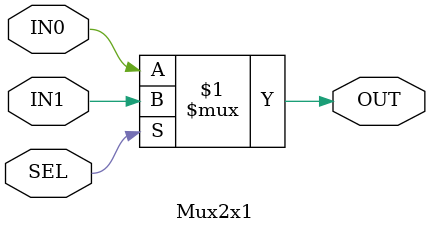
<source format=v>
`timescale 1ns / 1ps


module Mux2x1(
    input IN1,
    input IN0,
    input SEL,
    output OUT
    );
    
    assign OUT = SEL ? IN1 : IN0;
    
endmodule

</source>
